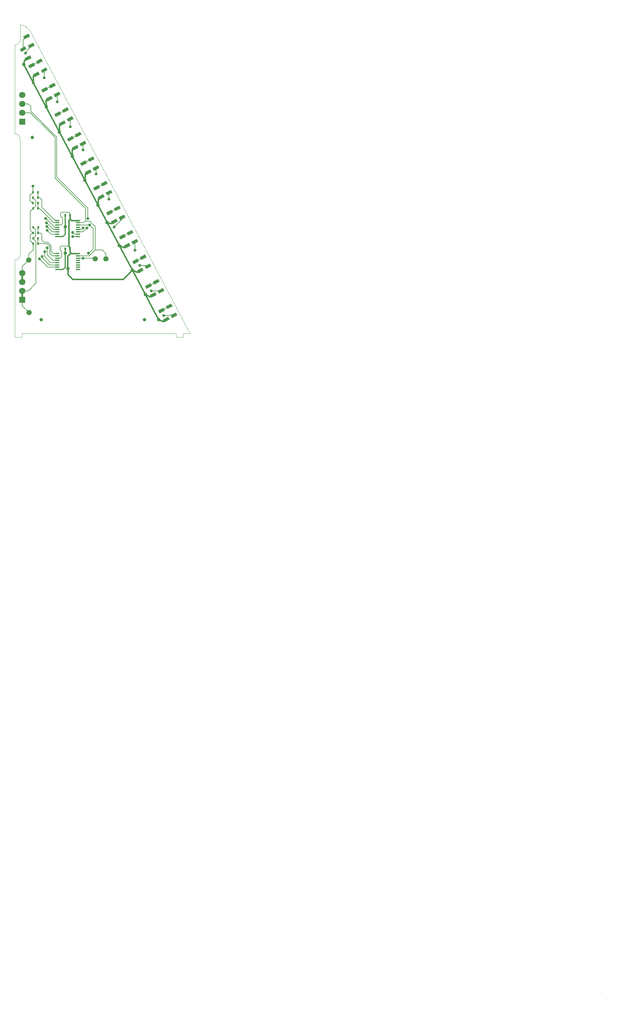
<source format=gtl>
%TF.GenerationSoftware,KiCad,Pcbnew,(5.1.6-0-10_14)*%
%TF.CreationDate,2020-10-15T13:56:33+02:00*%
%TF.ProjectId,nowae031,6e6f7761-6530-4333-912e-6b696361645f,0*%
%TF.SameCoordinates,Original*%
%TF.FileFunction,Copper,L1,Top*%
%TF.FilePolarity,Positive*%
%FSLAX46Y46*%
G04 Gerber Fmt 4.6, Leading zero omitted, Abs format (unit mm)*
G04 Created by KiCad (PCBNEW (5.1.6-0-10_14)) date 2020-10-15 13:56:33*
%MOMM*%
%LPD*%
G01*
G04 APERTURE LIST*
%TA.AperFunction,Profile*%
%ADD10C,0.050000*%
%TD*%
%TA.AperFunction,Profile*%
%ADD11C,0.200000*%
%TD*%
%TA.AperFunction,Conductor*%
%ADD12C,1.000000*%
%TD*%
%TA.AperFunction,SMDPad,CuDef*%
%ADD13C,0.100000*%
%TD*%
%TA.AperFunction,SMDPad,CuDef*%
%ADD14R,0.600000X0.800000*%
%TD*%
%TA.AperFunction,SMDPad,CuDef*%
%ADD15R,1.250000X0.350000*%
%TD*%
%TA.AperFunction,ComponentPad*%
%ADD16C,1.800000*%
%TD*%
%TA.AperFunction,ComponentPad*%
%ADD17R,1.800000X1.800000*%
%TD*%
%TA.AperFunction,SMDPad,CuDef*%
%ADD18C,1.500000*%
%TD*%
%TA.AperFunction,ViaPad*%
%ADD19C,1.000000*%
%TD*%
%TA.AperFunction,ViaPad*%
%ADD20C,0.800000*%
%TD*%
%TA.AperFunction,Conductor*%
%ADD21C,0.300000*%
%TD*%
%TA.AperFunction,Conductor*%
%ADD22C,0.200000*%
%TD*%
%TA.AperFunction,Conductor*%
%ADD23C,0.500000*%
%TD*%
%TA.AperFunction,Conductor*%
%ADD24C,0.400000*%
%TD*%
G04 APERTURE END LIST*
D10*
X101490000Y-45190000D02*
G75*
G02*
X99990000Y-46690000I-1500000J0D01*
G01*
X99990000Y-72000000D02*
G75*
G02*
X101490000Y-73500000I0J-1500000D01*
G01*
X99990000Y-72000000D02*
X99990000Y-46690000D01*
X100000000Y-130000000D02*
X100000000Y-108000000D01*
X101500000Y-106500000D02*
G75*
G02*
X100000000Y-108000000I-1500000J0D01*
G01*
X101490000Y-73500000D02*
X101500000Y-106500000D01*
X101499908Y-40830540D02*
X101490000Y-45190000D01*
X101499908Y-40830540D02*
G75*
G02*
X104449999Y-42900001I-709908J-4149460D01*
G01*
X104449243Y-42900000D02*
X150000000Y-129000000D01*
X148000000Y-129000000D02*
X150000000Y-129000000D01*
X148000000Y-130000000D02*
X148000000Y-129000000D01*
X146000000Y-130000000D02*
X148000000Y-130000000D01*
X146000000Y-129000000D02*
X146000000Y-130000000D01*
X102000000Y-129000000D02*
X146000000Y-129000000D01*
X102000000Y-130000000D02*
X102000000Y-129000000D01*
X100000000Y-130000000D02*
X102000000Y-130000000D01*
D11*
X268944859Y-318881889D02*
X268944859Y-318881889D01*
D12*
%TO.N,*%
%TO.C,VAL\u002A\u002A*%
X105000000Y-73020000D03*
%TD*%
%TO.N,*%
%TO.C,VAL\u002A\u002A*%
X107490000Y-125000000D03*
%TD*%
%TO.N,*%
%TO.C,VAL\u002A\u002A*%
X137000000Y-125000000D03*
%TD*%
%TA.AperFunction,SMDPad,CuDef*%
D13*
%TO.P,R113,1*%
%TO.N,Net-(DL113-Pad1)*%
G36*
X122307498Y-87421450D02*
G01*
X123808509Y-86623349D01*
X124231034Y-87418002D01*
X122730023Y-88216103D01*
X122307498Y-87421450D01*
G37*
%TD.AperFunction*%
%TA.AperFunction,SMDPad,CuDef*%
%TO.P,R113,2*%
%TO.N,+3.3V*%
G36*
X123668966Y-89981998D02*
G01*
X125169977Y-89183897D01*
X125592502Y-89978550D01*
X124091491Y-90776651D01*
X123668966Y-89981998D01*
G37*
%TD.AperFunction*%
%TD*%
D14*
%TO.P,C101,2*%
%TO.N,+3.3V*%
X115750000Y-95250000D03*
%TO.P,C101,1*%
%TO.N,GND*%
X114350000Y-95250000D03*
%TD*%
%TO.P,C102,1*%
%TO.N,GND*%
X114350000Y-104750000D03*
%TO.P,C102,2*%
%TO.N,+3.3V*%
X115750000Y-104750000D03*
%TD*%
%TA.AperFunction,SMDPad,CuDef*%
D13*
%TO.P,DL101,2*%
%TO.N,/B_LINE1*%
G36*
X103688232Y-46801724D02*
G01*
X105189243Y-46003623D01*
X105611768Y-46798276D01*
X104110757Y-47596377D01*
X103688232Y-46801724D01*
G37*
%TD.AperFunction*%
%TA.AperFunction,SMDPad,CuDef*%
%TO.P,DL101,1*%
%TO.N,Net-(DL101-Pad1)*%
G36*
X102326764Y-44241176D02*
G01*
X103827775Y-43443075D01*
X104250300Y-44237728D01*
X102749289Y-45035829D01*
X102326764Y-44241176D01*
G37*
%TD.AperFunction*%
%TD*%
%TA.AperFunction,SMDPad,CuDef*%
%TO.P,DL103,2*%
%TO.N,/B_LINE2*%
G36*
X107399700Y-53862272D02*
G01*
X108900711Y-53064171D01*
X109323236Y-53858824D01*
X107822225Y-54656925D01*
X107399700Y-53862272D01*
G37*
%TD.AperFunction*%
%TA.AperFunction,SMDPad,CuDef*%
%TO.P,DL103,1*%
%TO.N,Net-(DL103-Pad1)*%
G36*
X106038232Y-51301724D02*
G01*
X107539243Y-50503623D01*
X107961768Y-51298276D01*
X106460757Y-52096377D01*
X106038232Y-51301724D01*
G37*
%TD.AperFunction*%
%TD*%
%TA.AperFunction,SMDPad,CuDef*%
%TO.P,DL105,2*%
%TO.N,/B_LINE3*%
G36*
X111088232Y-60801724D02*
G01*
X112589243Y-60003623D01*
X113011768Y-60798276D01*
X111510757Y-61596377D01*
X111088232Y-60801724D01*
G37*
%TD.AperFunction*%
%TA.AperFunction,SMDPad,CuDef*%
%TO.P,DL105,1*%
%TO.N,Net-(DL105-Pad1)*%
G36*
X109726764Y-58241176D02*
G01*
X111227775Y-57443075D01*
X111650300Y-58237728D01*
X110149289Y-59035829D01*
X109726764Y-58241176D01*
G37*
%TD.AperFunction*%
%TD*%
%TA.AperFunction,SMDPad,CuDef*%
%TO.P,DL107,2*%
%TO.N,/B_LINE4*%
G36*
X114818966Y-67781998D02*
G01*
X116319977Y-66983897D01*
X116742502Y-67778550D01*
X115241491Y-68576651D01*
X114818966Y-67781998D01*
G37*
%TD.AperFunction*%
%TA.AperFunction,SMDPad,CuDef*%
%TO.P,DL107,1*%
%TO.N,Net-(DL107-Pad1)*%
G36*
X113457498Y-65221450D02*
G01*
X114958509Y-64423349D01*
X115381034Y-65218002D01*
X113880023Y-66016103D01*
X113457498Y-65221450D01*
G37*
%TD.AperFunction*%
%TD*%
%TA.AperFunction,SMDPad,CuDef*%
%TO.P,DL109,2*%
%TO.N,/B_LINE5*%
G36*
X118468966Y-74781998D02*
G01*
X119969977Y-73983897D01*
X120392502Y-74778550D01*
X118891491Y-75576651D01*
X118468966Y-74781998D01*
G37*
%TD.AperFunction*%
%TA.AperFunction,SMDPad,CuDef*%
%TO.P,DL109,1*%
%TO.N,Net-(DL109-Pad1)*%
G36*
X117107498Y-72221450D02*
G01*
X118608509Y-71423349D01*
X119031034Y-72218002D01*
X117530023Y-73016103D01*
X117107498Y-72221450D01*
G37*
%TD.AperFunction*%
%TD*%
%TA.AperFunction,SMDPad,CuDef*%
%TO.P,DL111,2*%
%TO.N,/B_LINE6*%
G36*
X122168966Y-81781998D02*
G01*
X123669977Y-80983897D01*
X124092502Y-81778550D01*
X122591491Y-82576651D01*
X122168966Y-81781998D01*
G37*
%TD.AperFunction*%
%TA.AperFunction,SMDPad,CuDef*%
%TO.P,DL111,1*%
%TO.N,Net-(DL111-Pad1)*%
G36*
X120807498Y-79221450D02*
G01*
X122308509Y-78423349D01*
X122731034Y-79218002D01*
X121230023Y-80016103D01*
X120807498Y-79221450D01*
G37*
%TD.AperFunction*%
%TD*%
%TA.AperFunction,SMDPad,CuDef*%
%TO.P,DL113,2*%
%TO.N,/B_LINE7*%
G36*
X125868966Y-88781998D02*
G01*
X127369977Y-87983897D01*
X127792502Y-88778550D01*
X126291491Y-89576651D01*
X125868966Y-88781998D01*
G37*
%TD.AperFunction*%
%TA.AperFunction,SMDPad,CuDef*%
%TO.P,DL113,1*%
%TO.N,Net-(DL113-Pad1)*%
G36*
X124507498Y-86221450D02*
G01*
X126008509Y-85423349D01*
X126431034Y-86218002D01*
X124930023Y-87016103D01*
X124507498Y-86221450D01*
G37*
%TD.AperFunction*%
%TD*%
%TA.AperFunction,SMDPad,CuDef*%
%TO.P,DL115,2*%
%TO.N,/B_LINE8*%
G36*
X129618966Y-95831998D02*
G01*
X131119977Y-95033897D01*
X131542502Y-95828550D01*
X130041491Y-96626651D01*
X129618966Y-95831998D01*
G37*
%TD.AperFunction*%
%TA.AperFunction,SMDPad,CuDef*%
%TO.P,DL115,1*%
%TO.N,Net-(DL115-Pad1)*%
G36*
X128257498Y-93271450D02*
G01*
X129758509Y-92473349D01*
X130181034Y-93268002D01*
X128680023Y-94066103D01*
X128257498Y-93271450D01*
G37*
%TD.AperFunction*%
%TD*%
%TA.AperFunction,SMDPad,CuDef*%
%TO.P,DL117,2*%
%TO.N,/B_LINE9*%
G36*
X133268966Y-102781998D02*
G01*
X134769977Y-101983897D01*
X135192502Y-102778550D01*
X133691491Y-103576651D01*
X133268966Y-102781998D01*
G37*
%TD.AperFunction*%
%TA.AperFunction,SMDPad,CuDef*%
%TO.P,DL117,1*%
%TO.N,Net-(DL117-Pad1)*%
G36*
X131907498Y-100221450D02*
G01*
X133408509Y-99423349D01*
X133831034Y-100218002D01*
X132330023Y-101016103D01*
X131907498Y-100221450D01*
G37*
%TD.AperFunction*%
%TD*%
%TA.AperFunction,SMDPad,CuDef*%
%TO.P,DL119,2*%
%TO.N,/B_LINE10*%
G36*
X137018966Y-109781998D02*
G01*
X138519977Y-108983897D01*
X138942502Y-109778550D01*
X137441491Y-110576651D01*
X137018966Y-109781998D01*
G37*
%TD.AperFunction*%
%TA.AperFunction,SMDPad,CuDef*%
%TO.P,DL119,1*%
%TO.N,Net-(DL119-Pad1)*%
G36*
X135657498Y-107221450D02*
G01*
X137158509Y-106423349D01*
X137581034Y-107218002D01*
X136080023Y-108016103D01*
X135657498Y-107221450D01*
G37*
%TD.AperFunction*%
%TD*%
%TA.AperFunction,SMDPad,CuDef*%
%TO.P,DL121,2*%
%TO.N,/B_LINE11*%
G36*
X140718966Y-116781998D02*
G01*
X142219977Y-115983897D01*
X142642502Y-116778550D01*
X141141491Y-117576651D01*
X140718966Y-116781998D01*
G37*
%TD.AperFunction*%
%TA.AperFunction,SMDPad,CuDef*%
%TO.P,DL121,1*%
%TO.N,Net-(DL121-Pad1)*%
G36*
X139357498Y-114221450D02*
G01*
X140858509Y-113423349D01*
X141281034Y-114218002D01*
X139780023Y-115016103D01*
X139357498Y-114221450D01*
G37*
%TD.AperFunction*%
%TD*%
%TA.AperFunction,SMDPad,CuDef*%
%TO.P,DL123,2*%
%TO.N,/B_LINE12*%
G36*
X144418966Y-123781998D02*
G01*
X145919977Y-122983897D01*
X146342502Y-123778550D01*
X144841491Y-124576651D01*
X144418966Y-123781998D01*
G37*
%TD.AperFunction*%
%TA.AperFunction,SMDPad,CuDef*%
%TO.P,DL123,1*%
%TO.N,Net-(DL123-Pad1)*%
G36*
X143057498Y-121221450D02*
G01*
X144558509Y-120423349D01*
X144981034Y-121218002D01*
X143480023Y-122016103D01*
X143057498Y-121221450D01*
G37*
%TD.AperFunction*%
%TD*%
%TA.AperFunction,SMDPad,CuDef*%
%TO.P,R101,1*%
%TO.N,Net-(DL101-Pad1)*%
G36*
X101388232Y-47851724D02*
G01*
X102889243Y-47053623D01*
X103311768Y-47848276D01*
X101810757Y-48646377D01*
X101388232Y-47851724D01*
G37*
%TD.AperFunction*%
%TA.AperFunction,SMDPad,CuDef*%
%TO.P,R101,2*%
%TO.N,+3.3V*%
G36*
X102749700Y-50412272D02*
G01*
X104250711Y-49614171D01*
X104673236Y-50408824D01*
X103172225Y-51206925D01*
X102749700Y-50412272D01*
G37*
%TD.AperFunction*%
%TD*%
%TA.AperFunction,SMDPad,CuDef*%
%TO.P,R103,1*%
%TO.N,Net-(DL103-Pad1)*%
G36*
X103807498Y-52521450D02*
G01*
X105308509Y-51723349D01*
X105731034Y-52518002D01*
X104230023Y-53316103D01*
X103807498Y-52521450D01*
G37*
%TD.AperFunction*%
%TA.AperFunction,SMDPad,CuDef*%
%TO.P,R103,2*%
%TO.N,+3.3V*%
G36*
X105168966Y-55081998D02*
G01*
X106669977Y-54283897D01*
X107092502Y-55078550D01*
X105591491Y-55876651D01*
X105168966Y-55081998D01*
G37*
%TD.AperFunction*%
%TD*%
%TA.AperFunction,SMDPad,CuDef*%
%TO.P,R105,1*%
%TO.N,Net-(DL105-Pad1)*%
G36*
X107507498Y-59421450D02*
G01*
X109008509Y-58623349D01*
X109431034Y-59418002D01*
X107930023Y-60216103D01*
X107507498Y-59421450D01*
G37*
%TD.AperFunction*%
%TA.AperFunction,SMDPad,CuDef*%
%TO.P,R105,2*%
%TO.N,+3.3V*%
G36*
X108868966Y-61981998D02*
G01*
X110369977Y-61183897D01*
X110792502Y-61978550D01*
X109291491Y-62776651D01*
X108868966Y-61981998D01*
G37*
%TD.AperFunction*%
%TD*%
%TA.AperFunction,SMDPad,CuDef*%
%TO.P,R107,1*%
%TO.N,Net-(DL107-Pad1)*%
G36*
X111257498Y-66421450D02*
G01*
X112758509Y-65623349D01*
X113181034Y-66418002D01*
X111680023Y-67216103D01*
X111257498Y-66421450D01*
G37*
%TD.AperFunction*%
%TA.AperFunction,SMDPad,CuDef*%
%TO.P,R107,2*%
%TO.N,+3.3V*%
G36*
X112618966Y-68981998D02*
G01*
X114119977Y-68183897D01*
X114542502Y-68978550D01*
X113041491Y-69776651D01*
X112618966Y-68981998D01*
G37*
%TD.AperFunction*%
%TD*%
%TA.AperFunction,SMDPad,CuDef*%
%TO.P,R109,1*%
%TO.N,Net-(DL109-Pad1)*%
G36*
X114907498Y-73421450D02*
G01*
X116408509Y-72623349D01*
X116831034Y-73418002D01*
X115330023Y-74216103D01*
X114907498Y-73421450D01*
G37*
%TD.AperFunction*%
%TA.AperFunction,SMDPad,CuDef*%
%TO.P,R109,2*%
%TO.N,+3.3V*%
G36*
X116268966Y-75981998D02*
G01*
X117769977Y-75183897D01*
X118192502Y-75978550D01*
X116691491Y-76776651D01*
X116268966Y-75981998D01*
G37*
%TD.AperFunction*%
%TD*%
%TA.AperFunction,SMDPad,CuDef*%
%TO.P,R111,1*%
%TO.N,Net-(DL111-Pad1)*%
G36*
X118613235Y-80396450D02*
G01*
X120114246Y-79598349D01*
X120536771Y-80393002D01*
X119035760Y-81191103D01*
X118613235Y-80396450D01*
G37*
%TD.AperFunction*%
%TA.AperFunction,SMDPad,CuDef*%
%TO.P,R111,2*%
%TO.N,+3.3V*%
G36*
X119974703Y-82956998D02*
G01*
X121475714Y-82158897D01*
X121898239Y-82953550D01*
X120397228Y-83751651D01*
X119974703Y-82956998D01*
G37*
%TD.AperFunction*%
%TD*%
%TA.AperFunction,SMDPad,CuDef*%
%TO.P,R115,1*%
%TO.N,Net-(DL115-Pad1)*%
G36*
X126057498Y-94471450D02*
G01*
X127558509Y-93673349D01*
X127981034Y-94468002D01*
X126480023Y-95266103D01*
X126057498Y-94471450D01*
G37*
%TD.AperFunction*%
%TA.AperFunction,SMDPad,CuDef*%
%TO.P,R115,2*%
%TO.N,+3.3V*%
G36*
X127418966Y-97031998D02*
G01*
X128919977Y-96233897D01*
X129342502Y-97028550D01*
X127841491Y-97826651D01*
X127418966Y-97031998D01*
G37*
%TD.AperFunction*%
%TD*%
%TA.AperFunction,SMDPad,CuDef*%
%TO.P,R117,1*%
%TO.N,Net-(DL117-Pad1)*%
G36*
X129707498Y-101371450D02*
G01*
X131208509Y-100573349D01*
X131631034Y-101368002D01*
X130130023Y-102166103D01*
X129707498Y-101371450D01*
G37*
%TD.AperFunction*%
%TA.AperFunction,SMDPad,CuDef*%
%TO.P,R117,2*%
%TO.N,+3.3V*%
G36*
X131068966Y-103931998D02*
G01*
X132569977Y-103133897D01*
X132992502Y-103928550D01*
X131491491Y-104726651D01*
X131068966Y-103931998D01*
G37*
%TD.AperFunction*%
%TD*%
%TA.AperFunction,SMDPad,CuDef*%
%TO.P,R119,1*%
%TO.N,Net-(DL119-Pad1)*%
G36*
X133457498Y-108421450D02*
G01*
X134958509Y-107623349D01*
X135381034Y-108418002D01*
X133880023Y-109216103D01*
X133457498Y-108421450D01*
G37*
%TD.AperFunction*%
%TA.AperFunction,SMDPad,CuDef*%
%TO.P,R119,2*%
%TO.N,+3.3V*%
G36*
X134818966Y-110981998D02*
G01*
X136319977Y-110183897D01*
X136742502Y-110978550D01*
X135241491Y-111776651D01*
X134818966Y-110981998D01*
G37*
%TD.AperFunction*%
%TD*%
%TA.AperFunction,SMDPad,CuDef*%
%TO.P,R121,1*%
%TO.N,Net-(DL121-Pad1)*%
G36*
X137157498Y-115421450D02*
G01*
X138658509Y-114623349D01*
X139081034Y-115418002D01*
X137580023Y-116216103D01*
X137157498Y-115421450D01*
G37*
%TD.AperFunction*%
%TA.AperFunction,SMDPad,CuDef*%
%TO.P,R121,2*%
%TO.N,+3.3V*%
G36*
X138518966Y-117981998D02*
G01*
X140019977Y-117183897D01*
X140442502Y-117978550D01*
X138941491Y-118776651D01*
X138518966Y-117981998D01*
G37*
%TD.AperFunction*%
%TD*%
%TA.AperFunction,SMDPad,CuDef*%
%TO.P,R123,1*%
%TO.N,Net-(DL123-Pad1)*%
G36*
X140857498Y-122421450D02*
G01*
X142358509Y-121623349D01*
X142781034Y-122418002D01*
X141280023Y-123216103D01*
X140857498Y-122421450D01*
G37*
%TD.AperFunction*%
%TA.AperFunction,SMDPad,CuDef*%
%TO.P,R123,2*%
%TO.N,+3.3V*%
G36*
X142218966Y-124981998D02*
G01*
X143719977Y-124183897D01*
X144142502Y-124978550D01*
X142641491Y-125776651D01*
X142218966Y-124981998D01*
G37*
%TD.AperFunction*%
%TD*%
D15*
%TO.P,U101,1*%
%TO.N,/MOD1A0*%
X112100000Y-96725000D03*
%TO.P,U101,2*%
%TO.N,/MOD1A1*%
X112100000Y-97375000D03*
%TO.P,U101,3*%
%TO.N,+3.3V*%
X112100000Y-98025000D03*
%TO.P,U101,4*%
%TO.N,/B_LINE1*%
X112100000Y-98675000D03*
%TO.P,U101,5*%
%TO.N,/B_LINE2*%
X112100000Y-99325000D03*
%TO.P,U101,6*%
%TO.N,/B_LINE3*%
X112100000Y-99975000D03*
%TO.P,U101,7*%
%TO.N,/B_LINE4*%
X112100000Y-100625000D03*
%TO.P,U101,10*%
%TO.N,/B_LINE6*%
X118000000Y-100625000D03*
%TO.P,U101,11*%
%TO.N,/B_LINE7*%
X118000000Y-99975000D03*
%TO.P,U101,12*%
%TO.N,/B_LINE8*%
X118000000Y-99325000D03*
%TO.P,U101,13*%
%TO.N,Net-(U101-Pad13)*%
X118000000Y-98675000D03*
%TO.P,U101,14*%
%TO.N,/BRANCH_SCL*%
X118000000Y-98025000D03*
%TO.P,U101,15*%
%TO.N,/BRANCH_SDA*%
X118000000Y-97375000D03*
%TO.P,U101,16*%
%TO.N,+3.3V*%
X118000000Y-96725000D03*
%TO.P,U101,8*%
%TO.N,GND*%
X112100000Y-101275000D03*
%TO.P,U101,9*%
%TO.N,/B_LINE5*%
X118000000Y-101275000D03*
%TD*%
%TO.P,U102,1*%
%TO.N,/MOD2A0*%
X112100000Y-106175000D03*
%TO.P,U102,2*%
%TO.N,/MOD2A1*%
X112100000Y-106825000D03*
%TO.P,U102,3*%
%TO.N,+3.3V*%
X112100000Y-107475000D03*
%TO.P,U102,4*%
%TO.N,/B_LINE9*%
X112100000Y-108125000D03*
%TO.P,U102,5*%
%TO.N,/B_LINE10*%
X112100000Y-108775000D03*
%TO.P,U102,6*%
%TO.N,/B_LINE11*%
X112100000Y-109425000D03*
%TO.P,U102,7*%
%TO.N,/B_LINE12*%
X112100000Y-110075000D03*
%TO.P,U102,10*%
%TO.N,/B_LINE14*%
X118000000Y-110075000D03*
%TO.P,U102,11*%
%TO.N,/B_LINE15*%
X118000000Y-109425000D03*
%TO.P,U102,12*%
%TO.N,/B_LINE16*%
X118000000Y-108775000D03*
%TO.P,U102,13*%
%TO.N,Net-(U102-Pad13)*%
X118000000Y-108125000D03*
%TO.P,U102,14*%
%TO.N,/BRANCH_SCL*%
X118000000Y-107475000D03*
%TO.P,U102,15*%
%TO.N,/BRANCH_SDA*%
X118000000Y-106825000D03*
%TO.P,U102,16*%
%TO.N,+3.3V*%
X118000000Y-106175000D03*
%TO.P,U102,8*%
%TO.N,GND*%
X112100000Y-110725000D03*
%TO.P,U102,9*%
%TO.N,/B_LINE13*%
X118000000Y-110725000D03*
%TD*%
D16*
%TO.P,P102,2*%
%TO.N,GND*%
X102100000Y-116770000D03*
%TO.P,P102,3*%
%TO.N,+3.3V*%
X102100000Y-114230000D03*
D17*
%TO.P,P102,1*%
%TO.N,GND*%
X102100000Y-119310000D03*
D16*
%TO.P,P102,4*%
%TO.N,+3.3V*%
X102100000Y-111690000D03*
%TD*%
%TO.P,P101,4*%
%TO.N,GND*%
X102100000Y-60890000D03*
D17*
%TO.P,P101,1*%
X102100000Y-68510000D03*
D16*
%TO.P,P101,3*%
%TO.N,/BRANCH_SCL*%
X102100000Y-63430000D03*
%TO.P,P101,2*%
%TO.N,/BRANCH_SDA*%
X102100000Y-65970000D03*
%TD*%
D18*
%TO.P,TP102,1*%
%TO.N,+3.3V*%
X103990000Y-108010000D03*
%TD*%
D14*
%TO.P,R125,2*%
%TO.N,/MOD1A0*%
X106560000Y-88710000D03*
%TO.P,R125,1*%
%TO.N,GND*%
X105160000Y-88710000D03*
%TD*%
%TO.P,R126,1*%
%TO.N,+3.3V*%
X105170000Y-90250000D03*
%TO.P,R126,2*%
%TO.N,/MOD1A0*%
X106570000Y-90250000D03*
%TD*%
%TO.P,R127,2*%
%TO.N,/MOD1A1*%
X106570000Y-91770000D03*
%TO.P,R127,1*%
%TO.N,GND*%
X105170000Y-91770000D03*
%TD*%
%TO.P,R128,1*%
%TO.N,+3.3V*%
X105180000Y-93290000D03*
%TO.P,R128,2*%
%TO.N,/MOD1A1*%
X106580000Y-93290000D03*
%TD*%
%TO.P,R129,2*%
%TO.N,/MOD2A0*%
X106620000Y-98720000D03*
%TO.P,R129,1*%
%TO.N,GND*%
X105220000Y-98720000D03*
%TD*%
%TO.P,R130,1*%
%TO.N,+3.3V*%
X105210000Y-100270000D03*
%TO.P,R130,2*%
%TO.N,/MOD2A0*%
X106610000Y-100270000D03*
%TD*%
%TO.P,R131,2*%
%TO.N,/MOD2A1*%
X106610000Y-101820000D03*
%TO.P,R131,1*%
%TO.N,GND*%
X105210000Y-101820000D03*
%TD*%
%TO.P,R132,1*%
%TO.N,+3.3V*%
X105210000Y-103320000D03*
%TO.P,R132,2*%
%TO.N,/MOD2A1*%
X106610000Y-103320000D03*
%TD*%
D18*
%TO.P,TP101,1*%
%TO.N,GND*%
X104000000Y-123010000D03*
%TD*%
%TO.P,TP103,1*%
%TO.N,/BRANCH_SCL*%
X122880000Y-107690000D03*
%TD*%
%TO.P,TP104,1*%
%TO.N,/BRANCH_SDA*%
X125990000Y-107690000D03*
%TD*%
D19*
%TO.N,GND*%
X114350000Y-106030000D03*
X114350000Y-98490000D03*
D20*
X105160000Y-86890000D03*
%TO.N,+3.3V*%
X105257670Y-57462330D03*
D19*
X116370000Y-78480000D03*
X119950001Y-85249999D03*
X141000000Y-125040000D03*
X137212579Y-117867421D03*
X133520000Y-110900000D03*
X129798981Y-103848981D03*
X126333648Y-97296352D03*
X123708777Y-92361223D03*
X112693760Y-71526240D03*
X108919792Y-64350208D03*
X102470000Y-52190000D03*
X115116459Y-110467480D03*
D20*
%TO.N,/B_LINE1*%
X108800000Y-96150000D03*
X103010000Y-48970000D03*
%TO.N,/B_LINE2*%
X109050000Y-97400000D03*
X108320000Y-56030000D03*
%TO.N,/B_LINE3*%
X109080025Y-98419975D03*
X112050000Y-62880000D03*
%TO.N,/B_LINE4*%
X109210050Y-99539950D03*
X115780000Y-69960000D03*
%TO.N,/B_LINE5*%
X116450000Y-101300000D03*
X119430734Y-76559266D03*
%TO.N,/B_LINE6*%
X116500000Y-100150000D03*
X123130734Y-83460734D03*
%TO.N,/B_LINE7*%
X120510000Y-98840000D03*
X126830000Y-90630000D03*
%TO.N,/B_LINE8*%
X119440018Y-98840018D03*
X128310000Y-98600000D03*
%TO.N,/B_LINE9*%
X109200000Y-104500000D03*
X134230734Y-105219266D03*
%TO.N,/B_LINE10*%
X108500000Y-105650000D03*
X135650000Y-109550000D03*
%TO.N,/B_LINE11*%
X107800000Y-106950000D03*
X138880000Y-116840000D03*
%TO.N,/B_LINE12*%
X106980000Y-107670000D03*
X142500000Y-123810000D03*
%TO.N,/BRANCH_SCL*%
X120957525Y-106062525D03*
X119410000Y-107525000D03*
X121315000Y-98025000D03*
X120795000Y-96185000D03*
%TD*%
D21*
%TO.N,GND*%
X114350000Y-95250000D02*
X114350000Y-96350000D01*
X113725000Y-101275000D02*
X112100000Y-101275000D01*
X114350000Y-100650000D02*
X113725000Y-101275000D01*
X114350000Y-96350000D02*
X114350000Y-98490000D01*
X114350000Y-100250000D02*
X114350000Y-100650000D01*
X114350000Y-106150000D02*
X114350000Y-110100000D01*
X114350000Y-106150000D02*
X114350000Y-106450000D01*
X113725000Y-110725000D02*
X112100000Y-110725000D01*
X114350000Y-110100000D02*
X113725000Y-110725000D01*
D22*
X105170000Y-91770000D02*
X105000000Y-91770000D01*
X105000000Y-91770000D02*
X104320000Y-91090000D01*
X104320000Y-89550000D02*
X105160000Y-88710000D01*
X104320000Y-91090000D02*
X104320000Y-89550000D01*
X105220000Y-98720000D02*
X105250000Y-98720000D01*
X105250000Y-98720000D02*
X105900000Y-99370000D01*
X105900000Y-101130000D02*
X105210000Y-101820000D01*
X105900000Y-99370000D02*
X105900000Y-101130000D01*
D23*
X102100000Y-116770000D02*
X102100000Y-119310000D01*
D22*
X102100000Y-121110000D02*
X104000000Y-123010000D01*
X102100000Y-119310000D02*
X102100000Y-121110000D01*
X105210000Y-101820000D02*
X105210000Y-101860000D01*
X106009999Y-102659999D02*
X106009999Y-114610001D01*
X105210000Y-101860000D02*
X106009999Y-102659999D01*
X103850000Y-116770000D02*
X102100000Y-116770000D01*
X106009999Y-114610001D02*
X103850000Y-116770000D01*
D21*
X114350000Y-104750000D02*
X114350000Y-106030000D01*
X114350000Y-106030000D02*
X114350000Y-106150000D01*
X114350000Y-98490000D02*
X114350000Y-100250000D01*
D22*
X105160000Y-88710000D02*
X105160000Y-86890000D01*
D21*
%TO.N,+3.3V*%
X115750000Y-96300000D02*
X115699999Y-96350001D01*
D24*
X102470000Y-52190000D02*
X102650000Y-50990000D01*
X102650000Y-50990000D02*
X103711468Y-50410548D01*
X106130734Y-55080274D02*
X105190000Y-55550000D01*
X105190000Y-55550000D02*
X105257670Y-57462330D01*
X102470000Y-52190000D02*
X105257670Y-57462330D01*
X113580734Y-68980274D02*
X112660000Y-69450000D01*
X112660000Y-69450000D02*
X112693760Y-71526240D01*
X105257670Y-57462330D02*
X112693760Y-71526240D01*
X116370000Y-78480000D02*
X116300000Y-76480000D01*
X116300000Y-76480000D02*
X117230734Y-75980274D01*
X120936471Y-82955274D02*
X120000000Y-83420000D01*
X120000000Y-83420000D02*
X119950001Y-85249999D01*
X119950001Y-85249999D02*
X123170000Y-91340000D01*
X112693760Y-71526240D02*
X119950001Y-85249999D01*
X123170000Y-91340000D02*
X123170000Y-91350000D01*
X143180734Y-124980274D02*
X142280000Y-125500000D01*
X142280000Y-125500000D02*
X141000000Y-125040000D01*
X139480734Y-117980274D02*
X138560000Y-118490000D01*
X138560000Y-118490000D02*
X137212579Y-117867421D01*
X137212579Y-117867421D02*
X139800000Y-122760000D01*
X133520000Y-110900000D02*
X134860000Y-111490000D01*
X134860000Y-111490000D02*
X135780734Y-110980274D01*
X129798981Y-103848981D02*
X137212579Y-117867421D01*
X129798981Y-103848981D02*
X131120000Y-104440000D01*
X131120000Y-104440000D02*
X132030734Y-103930274D01*
X128380734Y-97030274D02*
X127410000Y-97560000D01*
X127410000Y-97560000D02*
X126333648Y-97296352D01*
X139800000Y-122760000D02*
X141000000Y-125040000D01*
X115820998Y-106175000D02*
X115080000Y-106915998D01*
D21*
X116175000Y-106175000D02*
X116625000Y-106175000D01*
D24*
X116625000Y-106175000D02*
X115820998Y-106175000D01*
D21*
X116625000Y-106175000D02*
X118000000Y-106175000D01*
D24*
X116175000Y-106175000D02*
X115750000Y-105750000D01*
X116275000Y-106175000D02*
X116175000Y-106175000D01*
X118000000Y-106175000D02*
X116275000Y-106175000D01*
X116275000Y-106175000D02*
X115820998Y-106175000D01*
X115750000Y-105750000D02*
X115750000Y-104750000D01*
X115750000Y-104750000D02*
X115750000Y-104480000D01*
X115750000Y-104480000D02*
X115420000Y-104150000D01*
X115420000Y-96630000D02*
X115699999Y-96350001D01*
X115750000Y-96300000D02*
X115750000Y-95250000D01*
X115750000Y-96300000D02*
X116175000Y-96725000D01*
X116175000Y-96725000D02*
X118000000Y-96725000D01*
X125500000Y-95720000D02*
X125724490Y-96144490D01*
X126558491Y-97721509D02*
X129798981Y-103848981D01*
X126333648Y-97296352D02*
X126558491Y-97721509D01*
X126385535Y-97394465D02*
X126333648Y-97296352D01*
X125724490Y-96144490D02*
X126385535Y-97394465D01*
X126385535Y-97394465D02*
X126558491Y-97721509D01*
X123708777Y-92361223D02*
X125724490Y-96144490D01*
X123170000Y-91350000D02*
X123708777Y-92361223D01*
X124630734Y-89980274D02*
X123720000Y-90470000D01*
X123720000Y-90470000D02*
X123708777Y-92361223D01*
X108900000Y-62480000D02*
X109830734Y-61980274D01*
X108920000Y-64390000D02*
X108900000Y-62480000D01*
D22*
X115080000Y-110470000D02*
X115113939Y-110470000D01*
X115113939Y-110470000D02*
X115116459Y-110467480D01*
D24*
X115080000Y-106915998D02*
X115080000Y-110470000D01*
X115420000Y-104020000D02*
X115420000Y-96630000D01*
X115420000Y-104150000D02*
X115420000Y-104020000D01*
D22*
X115750000Y-104750000D02*
X115750000Y-104600000D01*
X105180000Y-93290000D02*
X105230000Y-93290000D01*
X105230000Y-93290000D02*
X105870000Y-92650000D01*
X105870000Y-90950000D02*
X105170000Y-90250000D01*
X105870000Y-92650000D02*
X105870000Y-90950000D01*
X105210000Y-100270000D02*
X104990000Y-100270000D01*
X104990000Y-100270000D02*
X104400000Y-100860000D01*
X104400000Y-102510000D02*
X105210000Y-103320000D01*
X104400000Y-100860000D02*
X104400000Y-102510000D01*
D23*
X102100000Y-114230000D02*
X102100000Y-111690000D01*
D22*
X102100000Y-109900000D02*
X103990000Y-108010000D01*
X102100000Y-111690000D02*
X102100000Y-109900000D01*
X103990000Y-108010000D02*
X103990000Y-106350000D01*
X105210000Y-105130000D02*
X105210000Y-103320000D01*
X103990000Y-106350000D02*
X105210000Y-105130000D01*
X105210000Y-100270000D02*
X105130000Y-100270000D01*
X105130000Y-100270000D02*
X104350000Y-99490000D01*
X104350000Y-94120000D02*
X105180000Y-93290000D01*
X104350000Y-99490000D02*
X104350000Y-94120000D01*
X112100000Y-98025000D02*
X113205000Y-98025000D01*
X113205000Y-98025000D02*
X113620000Y-97610000D01*
X113620000Y-97610000D02*
X113620000Y-96100000D01*
X113620000Y-96100000D02*
X112970000Y-95450000D01*
X112970000Y-95450000D02*
X112970000Y-94710000D01*
X112970000Y-94710000D02*
X113270000Y-94410000D01*
X113270000Y-94410000D02*
X115460000Y-94410000D01*
X115750000Y-94700000D02*
X115750000Y-95250000D01*
X115460000Y-94410000D02*
X115750000Y-94700000D01*
X112920000Y-104300000D02*
X113170001Y-104049999D01*
X115319999Y-104049999D02*
X115420000Y-104150000D01*
X113170001Y-104049999D02*
X115319999Y-104049999D01*
X113330000Y-107070000D02*
X113330000Y-105650000D01*
X112925000Y-107475000D02*
X113330000Y-107070000D01*
X112100000Y-107475000D02*
X112925000Y-107475000D01*
X112920000Y-105240000D02*
X112920000Y-104300000D01*
X113330000Y-105650000D02*
X112920000Y-105240000D01*
D24*
X115116459Y-110467480D02*
X115116459Y-112126459D01*
X115116459Y-112126459D02*
X116520000Y-113530000D01*
X130890000Y-113530000D02*
X133520000Y-110900000D01*
X116520000Y-113530000D02*
X130890000Y-113530000D01*
D22*
%TO.N,/B_LINE1*%
X111361002Y-98675000D02*
X108836002Y-96150000D01*
X108836002Y-96150000D02*
X108800000Y-96150000D01*
X112100000Y-98675000D02*
X111361002Y-98675000D01*
X103010000Y-48970000D02*
X104650000Y-46800000D01*
%TO.N,Net-(DL101-Pad1)*%
X102350000Y-45177984D02*
X103288532Y-44239452D01*
X102350000Y-47850000D02*
X102350000Y-45177984D01*
%TO.N,/B_LINE2*%
X112100000Y-99325000D02*
X110975000Y-99325000D01*
X110975000Y-99325000D02*
X109350000Y-97700000D01*
X109350000Y-97700000D02*
X109050000Y-97400000D01*
X108361468Y-53860548D02*
X108320000Y-56030000D01*
%TO.N,Net-(DL103-Pad1)*%
X104769266Y-52519726D02*
X107000000Y-51300000D01*
%TO.N,/B_LINE3*%
X110635050Y-99975000D02*
X109080025Y-98419975D01*
X112100000Y-99975000D02*
X110635050Y-99975000D01*
X112050000Y-60800000D02*
X112050000Y-62880000D01*
%TO.N,Net-(DL105-Pad1)*%
X108469266Y-59419726D02*
X110688532Y-58239452D01*
%TO.N,/B_LINE4*%
X110295100Y-100625000D02*
X109210050Y-99539950D01*
X112100000Y-100625000D02*
X110295100Y-100625000D01*
X115780734Y-67780274D02*
X115780000Y-69960000D01*
%TO.N,Net-(DL107-Pad1)*%
X112219266Y-66419726D02*
X114419266Y-65219726D01*
%TO.N,/B_LINE5*%
X117125000Y-101275000D02*
X118000000Y-101275000D01*
X116475000Y-101275000D02*
X116450000Y-101300000D01*
X118000000Y-101275000D02*
X116475000Y-101275000D01*
X119430734Y-74780274D02*
X119430734Y-76559266D01*
%TO.N,Net-(DL109-Pad1)*%
X115869266Y-73419726D02*
X118069266Y-72219726D01*
%TO.N,/B_LINE6*%
X123130734Y-81780274D02*
X123130734Y-83519266D01*
X116975000Y-100625000D02*
X116500000Y-100150000D01*
X118000000Y-100625000D02*
X116975000Y-100625000D01*
X123130734Y-83519266D02*
X123130734Y-83460734D01*
%TO.N,Net-(DL111-Pad1)*%
X119575003Y-80394726D02*
X121769266Y-79219726D01*
%TO.N,/B_LINE7*%
X126830734Y-89289930D02*
X126830734Y-88780274D01*
X118000000Y-99975000D02*
X119375000Y-99975000D01*
X119375000Y-99975000D02*
X120510000Y-98840000D01*
X126830734Y-88780274D02*
X126830000Y-90630000D01*
%TO.N,Net-(DL113-Pad1)*%
X123269266Y-87419726D02*
X125469266Y-86219726D01*
%TO.N,/B_LINE8*%
X118000000Y-99325000D02*
X118955036Y-99325000D01*
X118955036Y-99325000D02*
X119440018Y-98840018D01*
X130580734Y-95830274D02*
X130590000Y-96340000D01*
X130590000Y-96340000D02*
X128310000Y-98600000D01*
%TO.N,Net-(DL115-Pad1)*%
X127019266Y-94469726D02*
X129219266Y-93269726D01*
%TO.N,/B_LINE9*%
X109200000Y-106510000D02*
X109200000Y-104500000D01*
X110815000Y-108125000D02*
X109200000Y-106510000D01*
X112100000Y-108125000D02*
X110815000Y-108125000D01*
X134230734Y-102780274D02*
X134230734Y-105219266D01*
%TO.N,Net-(DL117-Pad1)*%
X130669266Y-101369726D02*
X132869266Y-100219726D01*
%TO.N,/B_LINE10*%
X108500000Y-107115699D02*
X108500000Y-105650000D01*
X110159301Y-108775000D02*
X108500000Y-107115699D01*
X112100000Y-108775000D02*
X110159301Y-108775000D01*
X135650000Y-109550000D02*
X137110000Y-109530000D01*
X137110000Y-109530000D02*
X137480000Y-109520000D01*
X137480000Y-109520000D02*
X137980734Y-109780274D01*
%TO.N,Net-(DL119-Pad1)*%
X134419266Y-108419726D02*
X136619266Y-107219726D01*
%TO.N,/B_LINE11*%
X112100000Y-109425000D02*
X109875000Y-109425000D01*
X107800000Y-107350000D02*
X107800000Y-106950000D01*
X109875000Y-109425000D02*
X107800000Y-107350000D01*
X141680734Y-116780274D02*
X138880000Y-116840000D01*
%TO.N,Net-(DL121-Pad1)*%
X138119266Y-115419726D02*
X140319266Y-114219726D01*
%TO.N,/B_LINE12*%
X112100000Y-110075000D02*
X110225000Y-110075000D01*
X109385000Y-110075000D02*
X106980000Y-107670000D01*
X112100000Y-110075000D02*
X109385000Y-110075000D01*
X145380734Y-123780274D02*
X142500000Y-123810000D01*
%TO.N,Net-(DL123-Pad1)*%
X141819266Y-122419726D02*
X144019266Y-121219726D01*
%TO.N,/BRANCH_SCL*%
X102420000Y-63750000D02*
X102100000Y-63430000D01*
X119360000Y-107475000D02*
X119410000Y-107525000D01*
X118000000Y-107475000D02*
X119360000Y-107475000D01*
X121107475Y-106062525D02*
X120957525Y-106062525D01*
X122320000Y-104850000D02*
X121107475Y-106062525D01*
X122320000Y-99030000D02*
X122320000Y-104850000D01*
X121315000Y-98025000D02*
X122320000Y-99030000D01*
X118000000Y-98025000D02*
X121315000Y-98025000D01*
X103820000Y-63430000D02*
X102100000Y-63430000D01*
X104540000Y-65574302D02*
X104540000Y-64150000D01*
X111870010Y-72904311D02*
X111175698Y-72210000D01*
X104540000Y-64150000D02*
X103820000Y-63430000D01*
X111870010Y-84260010D02*
X111870010Y-72904311D01*
X111175698Y-72210000D02*
X104540000Y-65574302D01*
X120795000Y-93185000D02*
X111870010Y-84260010D01*
X120795000Y-96185000D02*
X120795000Y-93185000D01*
X122715000Y-107525000D02*
X122880000Y-107690000D01*
X119410000Y-107525000D02*
X122715000Y-107525000D01*
%TO.N,/BRANCH_SDA*%
X104370000Y-65970000D02*
X102100000Y-65970000D01*
X111470000Y-84620000D02*
X111470000Y-73070000D01*
X109675000Y-71275000D02*
X104370000Y-65970000D01*
X111470000Y-73070000D02*
X109675000Y-71275000D01*
X121185000Y-106825000D02*
X122890000Y-105120000D01*
X118000000Y-106825000D02*
X121185000Y-106825000D01*
X118000000Y-97375000D02*
X119605000Y-97375000D01*
X119605000Y-97375000D02*
X120095000Y-96885000D01*
X120095000Y-93245000D02*
X111470000Y-84620000D01*
X120095000Y-96885000D02*
X120095000Y-93245000D01*
X122890000Y-99110000D02*
X122890000Y-98460000D01*
X122890000Y-105120000D02*
X122890000Y-99110000D01*
X121315000Y-96885000D02*
X120095000Y-96885000D01*
X122890000Y-98460000D02*
X121315000Y-96885000D01*
X122890000Y-105120000D02*
X124910000Y-105120000D01*
X125990000Y-106200000D02*
X125990000Y-107690000D01*
X124910000Y-105120000D02*
X125990000Y-106200000D01*
%TO.N,/MOD1A0*%
X112100000Y-96725000D02*
X111475000Y-96725000D01*
X111475000Y-96725000D02*
X107710000Y-92960000D01*
X107710000Y-92960000D02*
X107710000Y-90840000D01*
X107120000Y-90250000D02*
X106570000Y-90250000D01*
X107710000Y-90840000D02*
X107120000Y-90250000D01*
X106570000Y-88720000D02*
X106560000Y-88710000D01*
X106570000Y-90250000D02*
X106570000Y-88720000D01*
%TO.N,/MOD1A1*%
X106976002Y-93290000D02*
X111061002Y-97375000D01*
X111061002Y-97375000D02*
X112100000Y-97375000D01*
X106580000Y-93290000D02*
X106976002Y-93290000D01*
X106570000Y-93280000D02*
X106580000Y-93290000D01*
X106570000Y-91770000D02*
X106570000Y-93280000D01*
%TO.N,/MOD2A0*%
X106610000Y-100270000D02*
X107280000Y-100270000D01*
X107280000Y-100270000D02*
X107660000Y-100650000D01*
X107660000Y-100650000D02*
X107660000Y-102270000D01*
X109335689Y-102919990D02*
X110330000Y-103914301D01*
X108309990Y-102919990D02*
X109335689Y-102919990D01*
X107660000Y-102270000D02*
X108309990Y-102919990D01*
X110330000Y-103914301D02*
X110330000Y-105570000D01*
X110935000Y-106175000D02*
X112100000Y-106175000D01*
X110330000Y-105570000D02*
X110935000Y-106175000D01*
X106610000Y-98730000D02*
X106620000Y-98720000D01*
X106610000Y-100270000D02*
X106610000Y-98730000D01*
%TO.N,/MOD2A1*%
X112100000Y-106825000D02*
X110635000Y-106825000D01*
X110635000Y-106825000D02*
X109930000Y-106120000D01*
X109930000Y-106120000D02*
X109930000Y-104080000D01*
X109170000Y-103320000D02*
X106610000Y-103320000D01*
X109930000Y-104080000D02*
X109170000Y-103320000D01*
X106610000Y-103320000D02*
X106610000Y-101820000D01*
%TD*%
M02*

</source>
